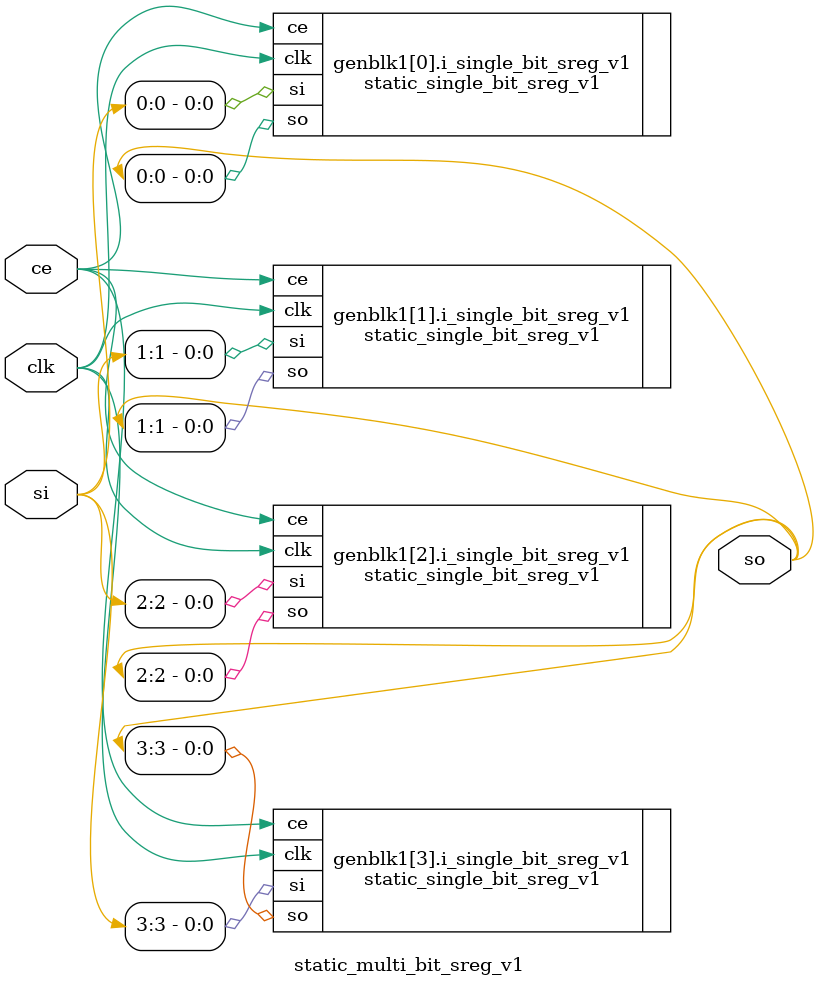
<source format=sv>
module static_multi_bit_sreg_v1
#(
  parameter WIDTH         = 4,
  parameter DEPTH         = 8,
  parameter SRL_STYLE_VAL = "srl"
)
(
  input logic clk,
  input logic ce,
  input logic [WIDTH - 1 : 0] si,
  output logic [WIDTH - 1 : 0] so
);

  for (genvar i = 0; i < WIDTH; i++) begin
    static_single_bit_sreg_v1
    #(
      .DEPTH(DEPTH),
      .SRL_STYLE_VAL(SRL_STYLE_VAL)
     )
    i_single_bit_sreg_v1
    (
     .clk (clk),
     .ce  (ce),
     .si  (si[i]),
     .so  (so[i])
    );
  end
endmodule

</source>
